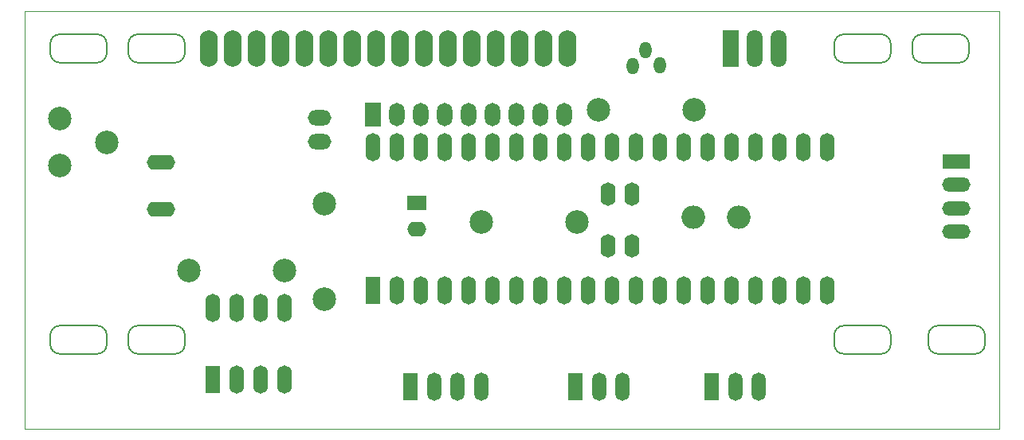
<source format=gbr>
G04 #@! TF.FileFunction,Soldermask,Bot*
%FSLAX45Y45*%
G04 Gerber Fmt 4.5, Leading zero omitted, Abs format (unit mm)*
G04 Created by KiCad (PCBNEW 4.0.6) date 08/17/17 22:48:44*
%MOMM*%
%LPD*%
G01*
G04 APERTURE LIST*
%ADD10C,0.100000*%
%ADD11C,0.200000*%
%ADD12O,3.000000X1.600000*%
%ADD13C,2.499360*%
%ADD14R,2.000000X1.600000*%
%ADD15O,2.000000X1.600000*%
%ADD16O,1.930400X3.860800*%
%ADD17O,1.300000X1.800000*%
%ADD18O,2.500000X1.651000*%
%ADD19R,1.500000X3.000000*%
%ADD20O,1.500000X3.000000*%
%ADD21R,1.700000X4.000000*%
%ADD22O,1.700000X4.000000*%
%ADD23R,1.651000X2.500000*%
%ADD24O,1.651000X2.500000*%
%ADD25C,2.500000*%
%ADD26O,1.600000X2.500000*%
%ADD27R,1.574800X3.000000*%
%ADD28O,1.574800X3.000000*%
%ADD29O,2.500000X2.500000*%
%ADD30R,3.000000X1.500000*%
%ADD31O,3.000000X1.500000*%
G04 APERTURE END LIST*
D10*
D11*
X10657000Y-6722000D02*
X11057000Y-6722000D01*
X10657000Y-7022000D02*
X11057000Y-7022000D01*
X11157000Y-6822000D02*
G75*
G03X11057000Y-6722000I-100000J0D01*
G01*
X11057000Y-7022000D02*
G75*
G03X11157000Y-6922000I0J100000D01*
G01*
X11157000Y-6922000D02*
X11157000Y-6822000D01*
X10557000Y-6922000D02*
X10557000Y-6822000D01*
X10557000Y-6922000D02*
G75*
G03X10657000Y-7022000I100000J0D01*
G01*
X10657000Y-6722000D02*
G75*
G03X10557000Y-6822000I0J-100000D01*
G01*
X19887000Y-10022000D02*
G75*
G03X19987000Y-10122000I100000J0D01*
G01*
X11057000Y-10122000D02*
G75*
G03X11157000Y-10022000I0J100000D01*
G01*
X20387000Y-10122000D02*
G75*
G03X20487000Y-10022000I0J100000D01*
G01*
X11157000Y-9922000D02*
G75*
G03X11057000Y-9822000I-100000J0D01*
G01*
X20487000Y-9922000D02*
G75*
G03X20387000Y-9822000I-100000J0D01*
G01*
X10557000Y-10022000D02*
G75*
G03X10657000Y-10122000I100000J0D01*
G01*
X10657000Y-9822000D02*
X11057000Y-9822000D01*
X19987000Y-9822000D02*
X20387000Y-9822000D01*
X10557000Y-10022000D02*
X10557000Y-9922000D01*
X19887000Y-10022000D02*
X19887000Y-9922000D01*
X10657000Y-9822000D02*
G75*
G03X10557000Y-9922000I0J-100000D01*
G01*
X19987000Y-9822000D02*
G75*
G03X19887000Y-9922000I0J-100000D01*
G01*
X10657000Y-10122000D02*
X11057000Y-10122000D01*
X19987000Y-10122000D02*
X20387000Y-10122000D01*
X11157000Y-10022000D02*
X11157000Y-9922000D01*
X20487000Y-10022000D02*
X20487000Y-9922000D01*
X19817000Y-7022000D02*
X20217000Y-7022000D01*
X19717000Y-6922000D02*
G75*
G03X19817000Y-7022000I100000J0D01*
G01*
X19717000Y-6922000D02*
X19717000Y-6822000D01*
X19817000Y-6722000D02*
G75*
G03X19717000Y-6822000I0J-100000D01*
G01*
X19817000Y-6722000D02*
X20217000Y-6722000D01*
X20317000Y-6822000D02*
G75*
G03X20217000Y-6722000I-100000J0D01*
G01*
X20317000Y-6922000D02*
X20317000Y-6822000D01*
X20217000Y-7022000D02*
G75*
G03X20317000Y-6922000I0J100000D01*
G01*
X11487000Y-7022000D02*
X11887000Y-7022000D01*
X18987000Y-10122000D02*
X19387000Y-10122000D01*
X11487000Y-10122000D02*
X11887000Y-10122000D01*
X11387000Y-6922000D02*
X11387000Y-6822000D01*
X18887000Y-10022000D02*
X18887000Y-9922000D01*
X11387000Y-10022000D02*
X11387000Y-9922000D01*
X11387000Y-6922000D02*
G75*
G03X11487000Y-7022000I100000J0D01*
G01*
X18887000Y-10022000D02*
G75*
G03X18987000Y-10122000I100000J0D01*
G01*
X11387000Y-10022000D02*
G75*
G03X11487000Y-10122000I100000J0D01*
G01*
X11487000Y-6722000D02*
X11887000Y-6722000D01*
X18987000Y-9822000D02*
X19387000Y-9822000D01*
X11487000Y-9822000D02*
X11887000Y-9822000D01*
X11987000Y-6822000D02*
G75*
G03X11887000Y-6722000I-100000J0D01*
G01*
X19487000Y-9922000D02*
G75*
G03X19387000Y-9822000I-100000J0D01*
G01*
X11987000Y-9922000D02*
G75*
G03X11887000Y-9822000I-100000J0D01*
G01*
X11887000Y-7022000D02*
G75*
G03X11987000Y-6922000I0J100000D01*
G01*
X19387000Y-10122000D02*
G75*
G03X19487000Y-10022000I0J100000D01*
G01*
X11887000Y-10122000D02*
G75*
G03X11987000Y-10022000I0J100000D01*
G01*
X11487000Y-6722000D02*
G75*
G03X11387000Y-6822000I0J-100000D01*
G01*
X18987000Y-9822000D02*
G75*
G03X18887000Y-9922000I0J-100000D01*
G01*
X11487000Y-9822000D02*
G75*
G03X11387000Y-9922000I0J-100000D01*
G01*
X11987000Y-6922000D02*
X11987000Y-6822000D01*
X19487000Y-10022000D02*
X19487000Y-9922000D01*
X11987000Y-10022000D02*
X11987000Y-9922000D01*
X19487000Y-6922000D02*
X19487000Y-6822000D01*
X18887000Y-6922000D02*
X18887000Y-6822000D01*
X18987000Y-6722000D02*
X19387000Y-6722000D01*
X18987000Y-7022000D02*
X19387000Y-7022000D01*
X19487000Y-6822000D02*
G75*
G03X19387000Y-6722000I-100000J0D01*
G01*
X19387000Y-7022000D02*
G75*
G03X19487000Y-6922000I0J100000D01*
G01*
X18987000Y-6722000D02*
G75*
G03X18887000Y-6822000I0J-100000D01*
G01*
X18887000Y-6922000D02*
G75*
G03X18987000Y-7022000I100000J0D01*
G01*
D10*
X10287000Y-6472000D02*
X10287000Y-6622000D01*
X20637000Y-6472000D02*
X10287000Y-6472000D01*
X20637000Y-10922000D02*
X20637000Y-6472000D01*
X10287000Y-10922000D02*
X20637000Y-10922000D01*
X10287000Y-6604000D02*
X10287000Y-10922000D01*
D12*
X11734800Y-8585200D03*
X11734800Y-8085200D03*
D13*
X11159236Y-7869936D03*
X10655300Y-8119872D03*
X10655300Y-7620000D03*
D14*
X14452600Y-8514600D03*
D15*
X14454600Y-8797200D03*
D16*
X12237000Y-6872000D03*
X12491000Y-6872000D03*
X12745000Y-6872000D03*
X12999000Y-6872000D03*
X13253000Y-6872000D03*
X13507000Y-6872000D03*
X13761000Y-6872000D03*
X14015000Y-6872000D03*
X14269000Y-6872000D03*
X14523000Y-6872000D03*
X14777000Y-6872000D03*
X15031000Y-6872000D03*
X15285000Y-6872000D03*
X15539000Y-6872000D03*
X15793000Y-6872000D03*
X16047000Y-6872000D03*
D17*
X16884000Y-6889000D03*
X16747000Y-7059000D03*
X17037000Y-7049000D03*
D18*
X13417000Y-7612000D03*
X13417000Y-7866000D03*
D19*
X17587000Y-10472000D03*
D20*
X17837000Y-10472000D03*
X18087000Y-10472000D03*
D19*
X14387000Y-10472000D03*
D20*
X14637000Y-10472000D03*
X14887000Y-10472000D03*
X15137000Y-10472000D03*
D19*
X16137000Y-10472000D03*
D20*
X16387000Y-10472000D03*
X16637000Y-10472000D03*
D21*
X17783000Y-6872000D03*
D22*
X18037000Y-6872000D03*
X18291000Y-6872000D03*
D23*
X13987000Y-7572000D03*
D24*
X14241000Y-7572000D03*
X14495000Y-7572000D03*
X14749000Y-7572000D03*
X15003000Y-7572000D03*
X15257000Y-7572000D03*
X15511000Y-7572000D03*
X15765000Y-7572000D03*
X16019000Y-7572000D03*
D25*
X12029000Y-9232000D03*
X13045000Y-9232000D03*
X16379000Y-7522000D03*
X17395000Y-7522000D03*
X13467000Y-8524000D03*
X13467000Y-9540000D03*
D26*
X16737000Y-8972000D03*
X16487000Y-8972000D03*
X16737000Y-8422000D03*
X16487000Y-8422000D03*
D27*
X13987000Y-9446000D03*
D28*
X14241000Y-9446000D03*
X14495000Y-9446000D03*
X14749000Y-9446000D03*
X15003000Y-9446000D03*
X15257000Y-9446000D03*
X15511000Y-9446000D03*
X15765000Y-9446000D03*
X16019000Y-9446000D03*
X16273000Y-9446000D03*
X16527000Y-9446000D03*
X16781000Y-9446000D03*
X17035000Y-9446000D03*
X17289000Y-9446000D03*
X17543000Y-9446000D03*
X17797000Y-9446000D03*
X18051000Y-9446000D03*
X18305000Y-9446000D03*
X18559000Y-9446000D03*
X18813000Y-9446000D03*
X18813000Y-7922000D03*
X18559000Y-7922000D03*
X18305000Y-7922000D03*
X18051000Y-7922000D03*
X17797000Y-7922000D03*
X17543000Y-7922000D03*
X17289000Y-7922000D03*
X17035000Y-7922000D03*
X16781000Y-7922000D03*
X16527000Y-7922000D03*
X16273000Y-7922000D03*
X16019000Y-7922000D03*
X15765000Y-7922000D03*
X15511000Y-7922000D03*
X15257000Y-7922000D03*
X15003000Y-7922000D03*
X14749000Y-7922000D03*
X14495000Y-7922000D03*
X14241000Y-7922000D03*
X13987000Y-7922000D03*
D27*
X12285000Y-10392000D03*
D28*
X12539000Y-10392000D03*
X12793000Y-10392000D03*
X13047000Y-10392000D03*
X13047000Y-9630000D03*
X12793000Y-9630000D03*
X12539000Y-9630000D03*
X12285000Y-9630000D03*
D29*
X17387000Y-8672000D03*
X17875000Y-8672000D03*
D30*
X20187000Y-8072000D03*
D31*
X20187000Y-8322000D03*
X20187000Y-8572000D03*
X20187000Y-8822000D03*
D25*
X15137000Y-8722000D03*
X16153000Y-8722000D03*
M02*

</source>
